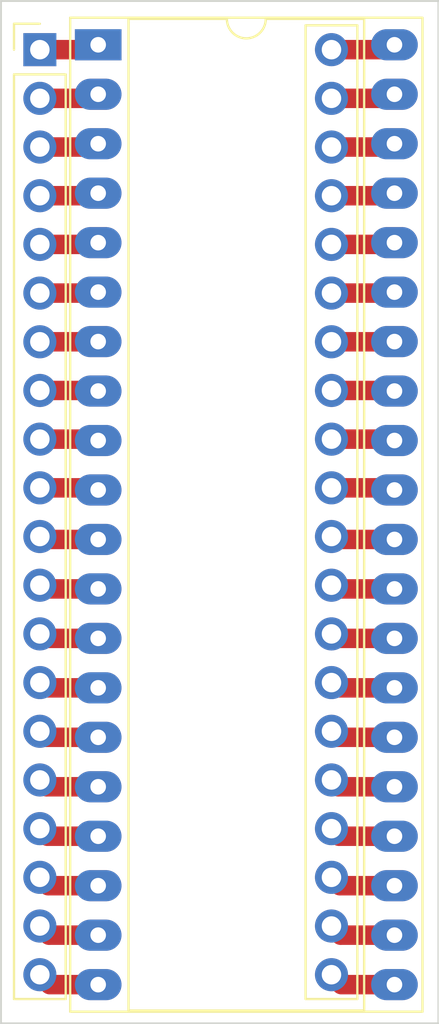
<source format=kicad_pcb>
(kicad_pcb (version 20221018) (generator pcbnew)
  (layers (0 "F.Cu" signal) (31 "B.Cu" signal) (34 "B.Paste" user) (35 "F.Paste" user) (36 "B.SilkS" user "B.Silkscreen") (37 "F.SilkS" user "F.Silkscreen") (38 "B.Mask" user) (39 "F.Mask" user) (44 "Edge.Cuts" user))
  (net 0 "")
  (net 1 "Net-(J1-Pin_1)")
  (net 2 "Net-(J1-Pin_2)")
  (net 3 "Net-(J1-Pin_3)")
  (net 4 "Net-(J1-Pin_4)")
  (net 5 "Net-(J1-Pin_5)")
  (net 6 "Net-(J1-Pin_6)")
  (net 7 "Net-(J1-Pin_7)")
  (net 8 "Net-(J1-Pin_8)")
  (net 9 "Net-(J1-Pin_9)")
  (net 10 "Net-(J1-Pin_10)")
  (net 11 "Net-(J1-Pin_11)")
  (net 12 "Net-(J1-Pin_12)")
  (net 13 "Net-(J1-Pin_13)")
  (net 14 "Net-(J1-Pin_14)")
  (net 15 "Net-(J1-Pin_15)")
  (net 16 "Net-(J1-Pin_16)")
  (net 17 "Net-(J1-Pin_17)")
  (net 18 "Net-(J1-Pin_18)")
  (net 19 "Net-(J1-Pin_19)")
  (net 20 "Net-(J1-Pin_20)")
  (net 21 "Net-(J1-Pin_21)")
  (net 22 "Net-(J1-Pin_22)")
  (net 23 "Net-(J1-Pin_23)")
  (net 24 "Net-(J1-Pin_24)")
  (net 25 "Net-(J1-Pin_25)")
  (net 26 "Net-(J1-Pin_26)")
  (net 27 "Net-(J1-Pin_27)")
  (net 28 "Net-(J1-Pin_28)")
  (net 29 "Net-(J1-Pin_29)")
  (net 30 "Net-(J1-Pin_30)")
  (net 31 "Net-(J1-Pin_31)")
  (net 32 "Net-(J1-Pin_32)")
  (net 33 "Net-(J1-Pin_33)")
  (net 34 "Net-(J1-Pin_34)")
  (net 35 "Net-(J1-Pin_35)")
  (net 36 "Net-(J1-Pin_36)")
  (net 37 "Net-(J1-Pin_37)")
  (net 38 "Net-(J1-Pin_38)")
  (net 39 "Net-(J1-Pin_39)")
  (net 40 "Net-(J1-Pin_40)")
  (footprint "Connector_PinHeader_2.50mm:PinHeader_1x20_P2.50mm_Vertical" (layer "F.Cu") (at 135 60)
    (fp_text reference "J3" hide)
    (fp_text value "Conn_01x20" hide)
    (fp_line (start -1.33 -3.75) (end -1.33 46.25) (stroke (width 0.12)) (layer "F.SilkS"))
    (fp_line (start -1.33 -3.75) (end 1.33 -3.75) (stroke (width 0.12)) (layer "F.SilkS"))
    (fp_line (start -1.33 46.25) (end 1.33 46.25) (stroke (width 0.12)) (layer "F.SilkS"))
    (fp_line (start 1.33 -3.75) (end 1.33 46.25) (stroke (width 0.12)) (layer "F.SilkS"))
    (pad "1" thru_hole circle (at 0 -2.5) (size 1.7 1.7) (drill 1) (layers "*.Cu" "*.Mask") (net 40 "Net-(J1-Pin_40)"))
    (pad "2" thru_hole oval (at 0 0) (size 1.7 1.7) (drill 1) (layers "*.Cu" "*.Mask") (net 39 "Net-(J1-Pin_39)"))
    (pad "3" thru_hole oval (at 0 2.5) (size 1.7 1.7) (drill 1) (layers "*.Cu" "*.Mask") (net 38 "Net-(J1-Pin_38)"))
    (pad "4" thru_hole oval (at 0 5) (size 1.7 1.7) (drill 1) (layers "*.Cu" "*.Mask") (net 37 "Net-(J1-Pin_37)"))
    (pad "5" thru_hole oval (at 0 7.5) (size 1.7 1.7) (drill 1) (layers "*.Cu" "*.Mask") (net 36 "Net-(J1-Pin_36)"))
    (pad "6" thru_hole oval (at 0 10) (size 1.7 1.7) (drill 1) (layers "*.Cu" "*.Mask") (net 35 "Net-(J1-Pin_35)"))
    (pad "7" thru_hole oval (at 0 12.5) (size 1.7 1.7) (drill 1) (layers "*.Cu" "*.Mask") (net 34 "Net-(J1-Pin_34)"))
    (pad "8" thru_hole oval (at 0 15) (size 1.7 1.7) (drill 1) (layers "*.Cu" "*.Mask") (net 33 "Net-(J1-Pin_33)"))
    (pad "9" thru_hole oval (at 0 17.5) (size 1.7 1.7) (drill 1) (layers "*.Cu" "*.Mask") (net 32 "Net-(J1-Pin_32)"))
    (pad "10" thru_hole oval (at 0 20) (size 1.7 1.7) (drill 1) (layers "*.Cu" "*.Mask") (net 31 "Net-(J1-Pin_31)"))
    (pad "11" thru_hole oval (at 0 22.5) (size 1.7 1.7) (drill 1) (layers "*.Cu" "*.Mask") (net 30 "Net-(J1-Pin_30)"))
    (pad "12" thru_hole oval (at 0 25) (size 1.7 1.7) (drill 1) (layers "*.Cu" "*.Mask") (net 29 "Net-(J1-Pin_29)"))
    (pad "13" thru_hole oval (at 0 27.5) (size 1.7 1.7) (drill 1) (layers "*.Cu" "*.Mask") (net 28 "Net-(J1-Pin_28)"))
    (pad "14" thru_hole oval (at 0 30) (size 1.7 1.7) (drill 1) (layers "*.Cu" "*.Mask") (net 27 "Net-(J1-Pin_27)"))
    (pad "15" thru_hole oval (at 0 32.5) (size 1.7 1.7) (drill 1) (layers "*.Cu" "*.Mask") (net 26 "Net-(J1-Pin_26)"))
    (pad "16" thru_hole oval (at 0 35) (size 1.7 1.7) (drill 1) (layers "*.Cu" "*.Mask") (net 25 "Net-(J1-Pin_25)"))
    (pad "17" thru_hole oval (at 0 37.5) (size 1.7 1.7) (drill 1) (layers "*.Cu" "*.Mask") (net 24 "Net-(J1-Pin_24)"))
    (pad "18" thru_hole oval (at 0 40) (size 1.7 1.7) (drill 1) (layers "*.Cu" "*.Mask") (net 23 "Net-(J1-Pin_23)"))
    (pad "19" thru_hole oval (at 0 42.5) (size 1.7 1.7) (drill 1) (layers "*.Cu" "*.Mask") (net 22 "Net-(J1-Pin_22)"))
    (pad "20" thru_hole oval (at 0 45) (size 1.7 1.7) (drill 1) (layers "*.Cu" "*.Mask") (net 21 "Net-(J1-Pin_21)"))
  )
  (footprint "Connector_PinHeader_2.50mm:PinHeader_1x20_P2.50mm_Vertical" (layer "F.Cu") (at 120 60)
    (fp_text reference "J2" hide)
    (fp_text value "Conn_01x20" hide)
    (fp_line (start -1.33 -3.83) (end 0 -3.83) (stroke (width 0.12)) (layer "F.SilkS"))
    (fp_line (start -1.33 -2.5) (end -1.33 -3.83) (stroke (width 0.12)) (layer "F.SilkS"))
    (fp_line (start -1.33 -1.23) (end -1.33 46.25) (stroke (width 0.12)) (layer "F.SilkS"))
    (fp_line (start -1.33 -1.23) (end 1.33 -1.23) (stroke (width 0.12)) (layer "F.SilkS"))
    (fp_line (start -1.33 46.25) (end 1.33 46.25) (stroke (width 0.12)) (layer "F.SilkS"))
    (fp_line (start 1.33 -1.23) (end 1.33 46.25) (stroke (width 0.12)) (layer "F.SilkS"))
    (pad "1" thru_hole rect (at 0 -2.5) (size 1.7 1.7) (drill 1) (layers "*.Cu" "*.Mask") (net 1 "Net-(J1-Pin_1)"))
    (pad "2" thru_hole oval (at 0 0) (size 1.7 1.7) (drill 1) (layers "*.Cu" "*.Mask") (net 2 "Net-(J1-Pin_2)"))
    (pad "3" thru_hole oval (at 0 2.5) (size 1.7 1.7) (drill 1) (layers "*.Cu" "*.Mask") (net 3 "Net-(J1-Pin_3)"))
    (pad "4" thru_hole oval (at 0 5) (size 1.7 1.7) (drill 1) (layers "*.Cu" "*.Mask") (net 4 "Net-(J1-Pin_4)"))
    (pad "5" thru_hole oval (at 0 7.5) (size 1.7 1.7) (drill 1) (layers "*.Cu" "*.Mask") (net 5 "Net-(J1-Pin_5)"))
    (pad "6" thru_hole oval (at 0 10) (size 1.7 1.7) (drill 1) (layers "*.Cu" "*.Mask") (net 6 "Net-(J1-Pin_6)"))
    (pad "7" thru_hole oval (at 0 12.5) (size 1.7 1.7) (drill 1) (layers "*.Cu" "*.Mask") (net 7 "Net-(J1-Pin_7)"))
    (pad "8" thru_hole oval (at 0 15) (size 1.7 1.7) (drill 1) (layers "*.Cu" "*.Mask") (net 8 "Net-(J1-Pin_8)"))
    (pad "9" thru_hole oval (at 0 17.5) (size 1.7 1.7) (drill 1) (layers "*.Cu" "*.Mask") (net 9 "Net-(J1-Pin_9)"))
    (pad "10" thru_hole oval (at 0 20) (size 1.7 1.7) (drill 1) (layers "*.Cu" "*.Mask") (net 10 "Net-(J1-Pin_10)"))
    (pad "11" thru_hole oval (at 0 22.5) (size 1.7 1.7) (drill 1) (layers "*.Cu" "*.Mask") (net 11 "Net-(J1-Pin_11)"))
    (pad "12" thru_hole oval (at 0 25) (size 1.7 1.7) (drill 1) (layers "*.Cu" "*.Mask") (net 12 "Net-(J1-Pin_12)"))
    (pad "13" thru_hole oval (at 0 27.5) (size 1.7 1.7) (drill 1) (layers "*.Cu" "*.Mask") (net 13 "Net-(J1-Pin_13)"))
    (pad "14" thru_hole oval (at 0 30) (size 1.7 1.7) (drill 1) (layers "*.Cu" "*.Mask") (net 14 "Net-(J1-Pin_14)"))
    (pad "15" thru_hole oval (at 0 32.5) (size 1.7 1.7) (drill 1) (layers "*.Cu" "*.Mask") (net 15 "Net-(J1-Pin_15)"))
    (pad "16" thru_hole oval (at 0 35) (size 1.7 1.7) (drill 1) (layers "*.Cu" "*.Mask") (net 16 "Net-(J1-Pin_16)"))
    (pad "17" thru_hole oval (at 0 37.5) (size 1.7 1.7) (drill 1) (layers "*.Cu" "*.Mask") (net 17 "Net-(J1-Pin_17)"))
    (pad "18" thru_hole oval (at 0 40) (size 1.7 1.7) (drill 1) (layers "*.Cu" "*.Mask") (net 18 "Net-(J1-Pin_18)"))
    (pad "19" thru_hole oval (at 0 42.5) (size 1.7 1.7) (drill 1) (layers "*.Cu" "*.Mask") (net 19 "Net-(J1-Pin_19)"))
    (pad "20" thru_hole oval (at 0 45) (size 1.7 1.7) (drill 1) (layers "*.Cu" "*.Mask") (net 20 "Net-(J1-Pin_20)"))
  )
  (footprint "Package_DIP:DIP-40_W15.24mm_Socket_LongPads" (layer "F.Cu") (at 123 57.25)
    (fp_text reference "J1" hide)
    (fp_text value "Conn_02x20_Counter_Clockwise" hide)
    (fp_line (start -1.44 -1.39) (end -1.44 49.65) (stroke (width 0.12)) (layer "F.SilkS"))
    (fp_line (start -1.44 49.65) (end 16.68 49.65) (stroke (width 0.12)) (layer "F.SilkS"))
    (fp_line (start 1.56 -1.33) (end 1.56 49.59) (stroke (width 0.12)) (layer "F.SilkS"))
    (fp_line (start 1.56 49.59) (end 13.68 49.59) (stroke (width 0.12)) (layer "F.SilkS"))
    (fp_line (start 6.62 -1.33) (end 1.56 -1.33) (stroke (width 0.12)) (layer "F.SilkS"))
    (fp_line (start 13.68 -1.33) (end 8.62 -1.33) (stroke (width 0.12)) (layer "F.SilkS"))
    (fp_line (start 13.68 49.59) (end 13.68 -1.33) (stroke (width 0.12)) (layer "F.SilkS"))
    (fp_line (start 16.68 -1.39) (end -1.44 -1.39) (stroke (width 0.12)) (layer "F.SilkS"))
    (fp_line (start 16.68 49.65) (end 16.68 -1.39) (stroke (width 0.12)) (layer "F.SilkS"))
    (fp_arc (start 8.62 -1.33) (mid 7.62 -0.33) (end 6.62 -1.33) (stroke (width 0.12)) (layer "F.SilkS"))
    (pad "1" thru_hole rect (at 0 0) (size 2.4 1.6) (drill 0.8) (layers "*.Cu" "*.Mask") (net 1 "Net-(J1-Pin_1)"))
    (pad "2" thru_hole oval (at 0 2.54) (size 2.4 1.6) (drill 0.8) (layers "*.Cu" "*.Mask") (net 2 "Net-(J1-Pin_2)"))
    (pad "3" thru_hole oval (at 0 5.08) (size 2.4 1.6) (drill 0.8) (layers "*.Cu" "*.Mask") (net 3 "Net-(J1-Pin_3)"))
    (pad "4" thru_hole oval (at 0 7.62) (size 2.4 1.6) (drill 0.8) (layers "*.Cu" "*.Mask") (net 4 "Net-(J1-Pin_4)"))
    (pad "5" thru_hole oval (at 0 10.16) (size 2.4 1.6) (drill 0.8) (layers "*.Cu" "*.Mask") (net 5 "Net-(J1-Pin_5)"))
    (pad "6" thru_hole oval (at 0 12.7) (size 2.4 1.6) (drill 0.8) (layers "*.Cu" "*.Mask") (net 6 "Net-(J1-Pin_6)"))
    (pad "7" thru_hole oval (at 0 15.24) (size 2.4 1.6) (drill 0.8) (layers "*.Cu" "*.Mask") (net 7 "Net-(J1-Pin_7)"))
    (pad "8" thru_hole oval (at 0 17.78) (size 2.4 1.6) (drill 0.8) (layers "*.Cu" "*.Mask") (net 8 "Net-(J1-Pin_8)"))
    (pad "9" thru_hole oval (at 0 20.32) (size 2.4 1.6) (drill 0.8) (layers "*.Cu" "*.Mask") (net 9 "Net-(J1-Pin_9)"))
    (pad "10" thru_hole oval (at 0 22.86) (size 2.4 1.6) (drill 0.8) (layers "*.Cu" "*.Mask") (net 10 "Net-(J1-Pin_10)"))
    (pad "11" thru_hole oval (at 0 25.4) (size 2.4 1.6) (drill 0.8) (layers "*.Cu" "*.Mask") (net 11 "Net-(J1-Pin_11)"))
    (pad "12" thru_hole oval (at 0 27.94) (size 2.4 1.6) (drill 0.8) (layers "*.Cu" "*.Mask") (net 12 "Net-(J1-Pin_12)"))
    (pad "13" thru_hole oval (at 0 30.48) (size 2.4 1.6) (drill 0.8) (layers "*.Cu" "*.Mask") (net 13 "Net-(J1-Pin_13)"))
    (pad "14" thru_hole oval (at 0 33.02) (size 2.4 1.6) (drill 0.8) (layers "*.Cu" "*.Mask") (net 14 "Net-(J1-Pin_14)"))
    (pad "15" thru_hole oval (at 0 35.56) (size 2.4 1.6) (drill 0.8) (layers "*.Cu" "*.Mask") (net 15 "Net-(J1-Pin_15)"))
    (pad "16" thru_hole oval (at 0 38.1) (size 2.4 1.6) (drill 0.8) (layers "*.Cu" "*.Mask") (net 16 "Net-(J1-Pin_16)"))
    (pad "17" thru_hole oval (at 0 40.64) (size 2.4 1.6) (drill 0.8) (layers "*.Cu" "*.Mask") (net 17 "Net-(J1-Pin_17)"))
    (pad "18" thru_hole oval (at 0 43.18) (size 2.4 1.6) (drill 0.8) (layers "*.Cu" "*.Mask") (net 18 "Net-(J1-Pin_18)"))
    (pad "19" thru_hole oval (at 0 45.72) (size 2.4 1.6) (drill 0.8) (layers "*.Cu" "*.Mask") (net 19 "Net-(J1-Pin_19)"))
    (pad "20" thru_hole oval (at 0 48.26) (size 2.4 1.6) (drill 0.8) (layers "*.Cu" "*.Mask") (net 20 "Net-(J1-Pin_20)"))
    (pad "21" thru_hole oval (at 15.24 48.26) (size 2.4 1.6) (drill 0.8) (layers "*.Cu" "*.Mask") (net 21 "Net-(J1-Pin_21)"))
    (pad "22" thru_hole oval (at 15.24 45.72) (size 2.4 1.6) (drill 0.8) (layers "*.Cu" "*.Mask") (net 22 "Net-(J1-Pin_22)"))
    (pad "23" thru_hole oval (at 15.24 43.18) (size 2.4 1.6) (drill 0.8) (layers "*.Cu" "*.Mask") (net 23 "Net-(J1-Pin_23)"))
    (pad "24" thru_hole oval (at 15.24 40.64) (size 2.4 1.6) (drill 0.8) (layers "*.Cu" "*.Mask") (net 24 "Net-(J1-Pin_24)"))
    (pad "25" thru_hole oval (at 15.24 38.1) (size 2.4 1.6) (drill 0.8) (layers "*.Cu" "*.Mask") (net 25 "Net-(J1-Pin_25)"))
    (pad "26" thru_hole oval (at 15.24 35.56) (size 2.4 1.6) (drill 0.8) (layers "*.Cu" "*.Mask") (net 26 "Net-(J1-Pin_26)"))
    (pad "27" thru_hole oval (at 15.24 33.02) (size 2.4 1.6) (drill 0.8) (layers "*.Cu" "*.Mask") (net 27 "Net-(J1-Pin_27)"))
    (pad "28" thru_hole oval (at 15.24 30.48) (size 2.4 1.6) (drill 0.8) (layers "*.Cu" "*.Mask") (net 28 "Net-(J1-Pin_28)"))
    (pad "29" thru_hole oval (at 15.24 27.94) (size 2.4 1.6) (drill 0.8) (layers "*.Cu" "*.Mask") (net 29 "Net-(J1-Pin_29)"))
    (pad "30" thru_hole oval (at 15.24 25.4) (size 2.4 1.6) (drill 0.8) (layers "*.Cu" "*.Mask") (net 30 "Net-(J1-Pin_30)"))
    (pad "31" thru_hole oval (at 15.24 22.86) (size 2.4 1.6) (drill 0.8) (layers "*.Cu" "*.Mask") (net 31 "Net-(J1-Pin_31)"))
    (pad "32" thru_hole oval (at 15.24 20.32) (size 2.4 1.6) (drill 0.8) (layers "*.Cu" "*.Mask") (net 32 "Net-(J1-Pin_32)"))
    (pad "33" thru_hole oval (at 15.24 17.78) (size 2.4 1.6) (drill 0.8) (layers "*.Cu" "*.Mask") (net 33 "Net-(J1-Pin_33)"))
    (pad "34" thru_hole oval (at 15.24 15.24) (size 2.4 1.6) (drill 0.8) (layers "*.Cu" "*.Mask") (net 34 "Net-(J1-Pin_34)"))
    (pad "35" thru_hole oval (at 15.24 12.7) (size 2.4 1.6) (drill 0.8) (layers "*.Cu" "*.Mask") (net 35 "Net-(J1-Pin_35)"))
    (pad "36" thru_hole oval (at 15.24 10.16) (size 2.4 1.6) (drill 0.8) (layers "*.Cu" "*.Mask") (net 36 "Net-(J1-Pin_36)"))
    (pad "37" thru_hole oval (at 15.24 7.62) (size 2.4 1.6) (drill 0.8) (layers "*.Cu" "*.Mask") (net 37 "Net-(J1-Pin_37)"))
    (pad "38" thru_hole oval (at 15.24 5.08) (size 2.4 1.6) (drill 0.8) (layers "*.Cu" "*.Mask") (net 38 "Net-(J1-Pin_38)"))
    (pad "39" thru_hole oval (at 15.24 2.54) (size 2.4 1.6) (drill 0.8) (layers "*.Cu" "*.Mask") (net 39 "Net-(J1-Pin_39)"))
    (pad "40" thru_hole oval (at 15.24 0) (size 2.4 1.6) (drill 0.8) (layers "*.Cu" "*.Mask") (net 40 "Net-(J1-Pin_40)"))
  )
  (gr_rect (start 118 55) (end 140.5 107.5) (stroke (width 0.1)) (fill none) (layer "Edge.Cuts"))
  (segment (start 120 57.5) (end 122.75 57.5) (width 1) (layer "F.Cu") (net 1))
  (segment (start 122.75 57.5) (end 123 57.25) (width 1) (layer "F.Cu") (net 1))
  (segment (start 122.79 60) (end 123 59.79) (width 1) (layer "F.Cu") (net 2))
  (segment (start 120 60) (end 122.79 60) (width 1) (layer "F.Cu") (net 2))
  (segment (start 120 62.5) (end 122.83 62.5) (width 1) (layer "F.Cu") (net 3))
  (segment (start 122.83 62.5) (end 123 62.33) (width 1) (layer "F.Cu") (net 3))
  (segment (start 122.87 65) (end 123 64.87) (width 1) (layer "F.Cu") (net 4))
  (segment (start 120 65) (end 122.87 65) (width 1) (layer "F.Cu") (net 4))
  (segment (start 122.91 67.5) (end 123 67.41) (width 1) (layer "F.Cu") (net 5))
  (segment (start 120 67.5) (end 122.91 67.5) (width 1) (layer "F.Cu") (net 5))
  (segment (start 120 70) (end 122.95 70) (width 1) (layer "F.Cu") (net 6))
  (segment (start 122.95 70) (end 123 69.95) (width 1) (layer "F.Cu") (net 6))
  (segment (start 122.99 72.5) (end 123 72.49) (width 1) (layer "F.Cu") (net 7))
  (segment (start 120 72.5) (end 122.99 72.5) (width 1) (layer "F.Cu") (net 7))
  (segment (start 120 75) (end 122.97 75) (width 1) (layer "F.Cu") (net 8))
  (segment (start 122.97 75) (end 123 75.03) (width 1) (layer "F.Cu") (net 8))
  (segment (start 120 77.5) (end 122.93 77.5) (width 1) (layer "F.Cu") (net 9))
  (segment (start 122.93 77.5) (end 123 77.57) (width 1) (layer "F.Cu") (net 9))
  (segment (start 120 80) (end 122.89 80) (width 1) (layer "F.Cu") (net 10))
  (segment (start 122.89 80) (end 123 80.11) (width 1) (layer "F.Cu") (net 10))
  (segment (start 123 82.65) (end 120.15 82.65) (width 1) (layer "F.Cu") (net 11))
  (segment (start 120.15 82.65) (end 120 82.5) (width 1) (layer "F.Cu") (net 11))
  (segment (start 120.19 85.19) (end 120 85) (width 1) (layer "F.Cu") (net 12))
  (segment (start 123 85.19) (end 120.19 85.19) (width 1) (layer "F.Cu") (net 12))
  (segment (start 123 87.73) (end 120.23 87.73) (width 1) (layer "F.Cu") (net 13))
  (segment (start 120.23 87.73) (end 120 87.5) (width 1) (layer "F.Cu") (net 13))
  (segment (start 120.27 90.27) (end 120 90) (width 1) (layer "F.Cu") (net 14))
  (segment (start 123 90.27) (end 120.27 90.27) (width 1) (layer "F.Cu") (net 14))
  (segment (start 120.31 92.81) (end 120 92.5) (width 1) (layer "F.Cu") (net 15))
  (segment (start 123 92.81) (end 120.31 92.81) (width 1) (layer "F.Cu") (net 15))
  (segment (start 123 95.35) (end 120.35 95.35) (width 1) (layer "F.Cu") (net 16))
  (segment (start 120.35 95.35) (end 120 95) (width 1) (layer "F.Cu") (net 16))
  (segment (start 120.39 97.89) (end 120 97.5) (width 1) (layer "F.Cu") (net 17))
  (segment (start 123 97.89) (end 120.39 97.89) (width 1) (layer "F.Cu") (net 17))
  (segment (start 120.43 100.43) (end 120 100) (width 1) (layer "F.Cu") (net 18))
  (segment (start 123 100.43) (end 120.43 100.43) (width 1) (layer "F.Cu") (net 18))
  (segment (start 123 102.97) (end 120.47 102.97) (width 1) (layer "F.Cu") (net 19))
  (segment (start 120.47 102.97) (end 120 102.5) (width 1) (layer "F.Cu") (net 19))
  (segment (start 123 105.51) (end 120.51 105.51) (width 1) (layer "F.Cu") (net 20))
  (segment (start 120.51 105.51) (end 120 105) (width 1) (layer "F.Cu") (net 20))
  (segment (start 135.51 105.51) (end 135 105) (width 1) (layer "F.Cu") (net 21))
  (segment (start 138.24 105.51) (end 135.51 105.51) (width 1) (layer "F.Cu") (net 21))
  (segment (start 135.47 102.97) (end 135 102.5) (width 1) (layer "F.Cu") (net 22))
  (segment (start 138.24 102.97) (end 135.47 102.97) (width 1) (layer "F.Cu") (net 22))
  (segment (start 135.43 100.43) (end 135 100) (width 1) (layer "F.Cu") (net 23))
  (segment (start 138.24 100.43) (end 135.43 100.43) (width 1) (layer "F.Cu") (net 23))
  (segment (start 135.39 97.89) (end 135 97.5) (width 1) (layer "F.Cu") (net 24))
  (segment (start 138.24 97.89) (end 135.39 97.89) (width 1) (layer "F.Cu") (net 24))
  (segment (start 135.35 95.35) (end 135 95) (width 1) (layer "F.Cu") (net 25))
  (segment (start 138.24 95.35) (end 135.35 95.35) (width 1) (layer "F.Cu") (net 25))
  (segment (start 138.24 92.81) (end 135.31 92.81) (width 1) (layer "F.Cu") (net 26))
  (segment (start 135.31 92.81) (end 135 92.5) (width 1) (layer "F.Cu") (net 26))
  (segment (start 135.27 90.27) (end 135 90) (width 1) (layer "F.Cu") (net 27))
  (segment (start 138.24 90.27) (end 135.27 90.27) (width 1) (layer "F.Cu") (net 27))
  (segment (start 135.23 87.73) (end 135 87.5) (width 1) (layer "F.Cu") (net 28))
  (segment (start 138.24 87.73) (end 135.23 87.73) (width 1) (layer "F.Cu") (net 28))
  (segment (start 135.19 85.19) (end 135 85) (width 1) (layer "F.Cu") (net 29))
  (segment (start 138.24 85.19) (end 135.19 85.19) (width 1) (layer "F.Cu") (net 29))
  (segment (start 135.15 82.65) (end 135 82.5) (width 1) (layer "F.Cu") (net 30))
  (segment (start 138.24 82.65) (end 135.15 82.65) (width 1) (layer "F.Cu") (net 30))
  (segment (start 135 80) (end 138.13 80) (width 1) (layer "F.Cu") (net 31))
  (segment (start 138.13 80) (end 138.24 80.11) (width 1) (layer "F.Cu") (net 31))
  (segment (start 138.17 77.5) (end 138.24 77.57) (width 1) (layer "F.Cu") (net 32))
  (segment (start 135 77.5) (end 138.17 77.5) (width 1) (layer "F.Cu") (net 32))
  (segment (start 138.21 75) (end 138.24 75.03) (width 1) (layer "F.Cu") (net 33))
  (segment (start 135 75) (end 138.21 75) (width 1) (layer "F.Cu") (net 33))
  (segment (start 135 72.5) (end 138.23 72.5) (width 1) (layer "F.Cu") (net 34))
  (segment (start 138.23 72.5) (end 138.24 72.49) (width 1) (layer "F.Cu") (net 34))
  (segment (start 135 70) (end 138.19 70) (width 1) (layer "F.Cu") (net 35))
  (segment (start 138.19 70) (end 138.24 69.95) (width 1) (layer "F.Cu") (net 35))
  (segment (start 135 67.5) (end 138.15 67.5) (width 1) (layer "F.Cu") (net 36))
  (segment (start 138.15 67.5) (end 138.24 67.41) (width 1) (layer "F.Cu") (net 36))
  (segment (start 138.11 65) (end 138.24 64.87) (width 1) (layer "F.Cu") (net 37))
  (segment (start 135 65) (end 138.11 65) (width 1) (layer "F.Cu") (net 37))
  (segment (start 138.07 62.5) (end 138.24 62.33) (width 1) (layer "F.Cu") (net 38))
  (segment (start 135 62.5) (end 138.07 62.5) (width 1) (layer "F.Cu") (net 38))
  (segment (start 135 60) (end 138.03 60) (width 1) (layer "F.Cu") (net 39))
  (segment (start 138.03 60) (end 138.24 59.79) (width 1) (layer "F.Cu") (net 39))
  (segment (start 135 57.5) (end 137.99 57.5) (width 1) (layer "F.Cu") (net 40))
  (segment (start 137.99 57.5) (end 138.24 57.25) (width 1) (layer "F.Cu") (net 40))
)
</source>
